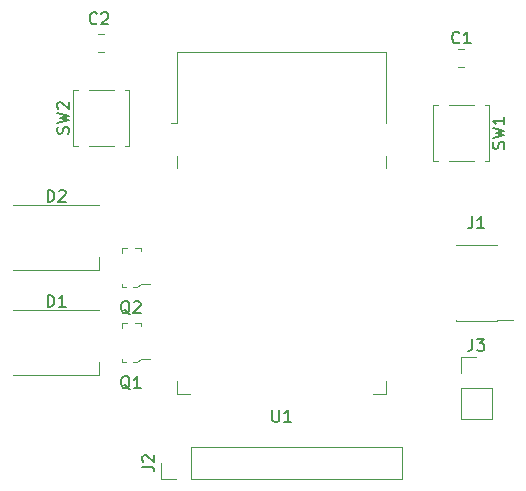
<source format=gto>
%TF.GenerationSoftware,KiCad,Pcbnew,5.1.10-88a1d61d58~88~ubuntu20.04.1*%
%TF.CreationDate,2021-07-15T18:12:03+08:00*%
%TF.ProjectId,ble_heart,626c655f-6865-4617-9274-2e6b69636164,rev?*%
%TF.SameCoordinates,Original*%
%TF.FileFunction,Legend,Top*%
%TF.FilePolarity,Positive*%
%FSLAX46Y46*%
G04 Gerber Fmt 4.6, Leading zero omitted, Abs format (unit mm)*
G04 Created by KiCad (PCBNEW 5.1.10-88a1d61d58~88~ubuntu20.04.1) date 2021-07-15 18:12:03*
%MOMM*%
%LPD*%
G01*
G04 APERTURE LIST*
%ADD10C,0.120000*%
%ADD11C,0.100000*%
%ADD12C,0.150000*%
%ADD13C,0.700000*%
%ADD14C,4.400000*%
%ADD15R,1.800000X0.700000*%
%ADD16R,0.700000X1.800000*%
%ADD17R,1.400000X1.600000*%
%ADD18O,1.700000X1.700000*%
%ADD19R,1.700000X1.700000*%
%ADD20R,2.400000X0.740000*%
%ADD21R,1.500000X1.000000*%
G04 APERTURE END LIST*
D10*
%TO.C,U1*%
X146070000Y-116070000D02*
X146070000Y-114950000D01*
X146070000Y-116070000D02*
X147220000Y-116070000D01*
X163810000Y-116070000D02*
X163810000Y-114950000D01*
X163810000Y-116070000D02*
X162660000Y-116070000D01*
X163810000Y-95900000D02*
X163810000Y-96940000D01*
X146070000Y-95900000D02*
X146070000Y-96940000D01*
X163810000Y-87130000D02*
X163810000Y-93110000D01*
X163810000Y-87130000D02*
X146070000Y-87130000D01*
X146070000Y-87130000D02*
X146070000Y-93110000D01*
X146070000Y-93110000D02*
X145570000Y-93110000D01*
%TO.C,SW2*%
X137330000Y-95080000D02*
X137330000Y-90340000D01*
X137330000Y-95080000D02*
X137730000Y-95080000D01*
X137330000Y-90340000D02*
X137730000Y-90340000D01*
X142070000Y-95080000D02*
X141670000Y-95080000D01*
X142070000Y-95080000D02*
X142070000Y-90340000D01*
X142070000Y-90340000D02*
X141670000Y-90340000D01*
X140730000Y-90340000D02*
X138670000Y-90340000D01*
X140730000Y-95080000D02*
X138670000Y-95080000D01*
%TO.C,SW1*%
X172550000Y-91610000D02*
X172550000Y-96350000D01*
X172550000Y-91610000D02*
X172150000Y-91610000D01*
X172550000Y-96350000D02*
X172150000Y-96350000D01*
X167810000Y-91610000D02*
X168210000Y-91610000D01*
X167810000Y-91610000D02*
X167810000Y-96350000D01*
X167810000Y-96350000D02*
X168210000Y-96350000D01*
X169150000Y-96350000D02*
X171210000Y-96350000D01*
X169150000Y-91610000D02*
X171210000Y-91610000D01*
D11*
%TO.C,Q2*%
X142415000Y-107060000D02*
X142690000Y-107060000D01*
X142690000Y-107060000D02*
X143065000Y-106785000D01*
X143065000Y-106785000D02*
X143065000Y-106735000D01*
X143065000Y-106735000D02*
X143840000Y-106735000D01*
X142590000Y-103760000D02*
X143065000Y-103760000D01*
X143065000Y-103760000D02*
X143065000Y-104110000D01*
X141415000Y-103985000D02*
X141415000Y-104110000D01*
X141415000Y-104060000D02*
X141415000Y-103760000D01*
X141415000Y-103760000D02*
X141865000Y-103760000D01*
X141790000Y-107060000D02*
X141415000Y-107060000D01*
X141415000Y-107060000D02*
X141415000Y-106760000D01*
%TO.C,Q1*%
X142415000Y-113410000D02*
X142690000Y-113410000D01*
X142690000Y-113410000D02*
X143065000Y-113135000D01*
X143065000Y-113135000D02*
X143065000Y-113085000D01*
X143065000Y-113085000D02*
X143840000Y-113085000D01*
X142590000Y-110110000D02*
X143065000Y-110110000D01*
X143065000Y-110110000D02*
X143065000Y-110460000D01*
X141415000Y-110335000D02*
X141415000Y-110460000D01*
X141415000Y-110410000D02*
X141415000Y-110110000D01*
X141415000Y-110110000D02*
X141865000Y-110110000D01*
X141790000Y-113410000D02*
X141415000Y-113410000D01*
X141415000Y-113410000D02*
X141415000Y-113110000D01*
D10*
%TO.C,J3*%
X170120000Y-118170000D02*
X172780000Y-118170000D01*
X170120000Y-115570000D02*
X170120000Y-118170000D01*
X172780000Y-115570000D02*
X172780000Y-118170000D01*
X170120000Y-115570000D02*
X172780000Y-115570000D01*
X170120000Y-114300000D02*
X170120000Y-112970000D01*
X170120000Y-112970000D02*
X171450000Y-112970000D01*
%TO.C,J2*%
X144720000Y-123250000D02*
X144720000Y-121920000D01*
X146050000Y-123250000D02*
X144720000Y-123250000D01*
X147320000Y-123250000D02*
X147320000Y-120590000D01*
X147320000Y-120590000D02*
X165160000Y-120590000D01*
X147320000Y-123250000D02*
X165160000Y-123250000D01*
X165160000Y-123250000D02*
X165160000Y-120590000D01*
%TO.C,J1*%
X173215000Y-109915000D02*
X169685000Y-109915000D01*
X173215000Y-103445000D02*
X169685000Y-103445000D01*
X174540000Y-109850000D02*
X173215000Y-109850000D01*
X173215000Y-109915000D02*
X173215000Y-109850000D01*
X169685000Y-109915000D02*
X169685000Y-109850000D01*
X173215000Y-103510000D02*
X173215000Y-103445000D01*
X169685000Y-103510000D02*
X169685000Y-103445000D01*
%TO.C,D2*%
X132240000Y-100120000D02*
X139540000Y-100120000D01*
X132240000Y-105620000D02*
X139540000Y-105620000D01*
X139540000Y-105620000D02*
X139540000Y-104470000D01*
%TO.C,D1*%
X132240000Y-109010000D02*
X139540000Y-109010000D01*
X132240000Y-114510000D02*
X139540000Y-114510000D01*
X139540000Y-114510000D02*
X139540000Y-113360000D01*
%TO.C,C2*%
X139961252Y-87095000D02*
X139438748Y-87095000D01*
X139961252Y-85625000D02*
X139438748Y-85625000D01*
%TO.C,C1*%
X169918748Y-86895000D02*
X170441252Y-86895000D01*
X169918748Y-88365000D02*
X170441252Y-88365000D01*
%TO.C,U1*%
D12*
X154178095Y-117452380D02*
X154178095Y-118261904D01*
X154225714Y-118357142D01*
X154273333Y-118404761D01*
X154368571Y-118452380D01*
X154559047Y-118452380D01*
X154654285Y-118404761D01*
X154701904Y-118357142D01*
X154749523Y-118261904D01*
X154749523Y-117452380D01*
X155749523Y-118452380D02*
X155178095Y-118452380D01*
X155463809Y-118452380D02*
X155463809Y-117452380D01*
X155368571Y-117595238D01*
X155273333Y-117690476D01*
X155178095Y-117738095D01*
%TO.C,SW2*%
X136904761Y-94043333D02*
X136952380Y-93900476D01*
X136952380Y-93662380D01*
X136904761Y-93567142D01*
X136857142Y-93519523D01*
X136761904Y-93471904D01*
X136666666Y-93471904D01*
X136571428Y-93519523D01*
X136523809Y-93567142D01*
X136476190Y-93662380D01*
X136428571Y-93852857D01*
X136380952Y-93948095D01*
X136333333Y-93995714D01*
X136238095Y-94043333D01*
X136142857Y-94043333D01*
X136047619Y-93995714D01*
X136000000Y-93948095D01*
X135952380Y-93852857D01*
X135952380Y-93614761D01*
X136000000Y-93471904D01*
X135952380Y-93138571D02*
X136952380Y-92900476D01*
X136238095Y-92710000D01*
X136952380Y-92519523D01*
X135952380Y-92281428D01*
X136047619Y-91948095D02*
X136000000Y-91900476D01*
X135952380Y-91805238D01*
X135952380Y-91567142D01*
X136000000Y-91471904D01*
X136047619Y-91424285D01*
X136142857Y-91376666D01*
X136238095Y-91376666D01*
X136380952Y-91424285D01*
X136952380Y-91995714D01*
X136952380Y-91376666D01*
%TO.C,SW1*%
X173784761Y-95313333D02*
X173832380Y-95170476D01*
X173832380Y-94932380D01*
X173784761Y-94837142D01*
X173737142Y-94789523D01*
X173641904Y-94741904D01*
X173546666Y-94741904D01*
X173451428Y-94789523D01*
X173403809Y-94837142D01*
X173356190Y-94932380D01*
X173308571Y-95122857D01*
X173260952Y-95218095D01*
X173213333Y-95265714D01*
X173118095Y-95313333D01*
X173022857Y-95313333D01*
X172927619Y-95265714D01*
X172880000Y-95218095D01*
X172832380Y-95122857D01*
X172832380Y-94884761D01*
X172880000Y-94741904D01*
X172832380Y-94408571D02*
X173832380Y-94170476D01*
X173118095Y-93980000D01*
X173832380Y-93789523D01*
X172832380Y-93551428D01*
X173832380Y-92646666D02*
X173832380Y-93218095D01*
X173832380Y-92932380D02*
X172832380Y-92932380D01*
X172975238Y-93027619D01*
X173070476Y-93122857D01*
X173118095Y-93218095D01*
%TO.C,Q2*%
X142119761Y-109332619D02*
X142024523Y-109285000D01*
X141929285Y-109189761D01*
X141786428Y-109046904D01*
X141691190Y-108999285D01*
X141595952Y-108999285D01*
X141643571Y-109237380D02*
X141548333Y-109189761D01*
X141453095Y-109094523D01*
X141405476Y-108904047D01*
X141405476Y-108570714D01*
X141453095Y-108380238D01*
X141548333Y-108285000D01*
X141643571Y-108237380D01*
X141834047Y-108237380D01*
X141929285Y-108285000D01*
X142024523Y-108380238D01*
X142072142Y-108570714D01*
X142072142Y-108904047D01*
X142024523Y-109094523D01*
X141929285Y-109189761D01*
X141834047Y-109237380D01*
X141643571Y-109237380D01*
X142453095Y-108332619D02*
X142500714Y-108285000D01*
X142595952Y-108237380D01*
X142834047Y-108237380D01*
X142929285Y-108285000D01*
X142976904Y-108332619D01*
X143024523Y-108427857D01*
X143024523Y-108523095D01*
X142976904Y-108665952D01*
X142405476Y-109237380D01*
X143024523Y-109237380D01*
%TO.C,Q1*%
X142119761Y-115682619D02*
X142024523Y-115635000D01*
X141929285Y-115539761D01*
X141786428Y-115396904D01*
X141691190Y-115349285D01*
X141595952Y-115349285D01*
X141643571Y-115587380D02*
X141548333Y-115539761D01*
X141453095Y-115444523D01*
X141405476Y-115254047D01*
X141405476Y-114920714D01*
X141453095Y-114730238D01*
X141548333Y-114635000D01*
X141643571Y-114587380D01*
X141834047Y-114587380D01*
X141929285Y-114635000D01*
X142024523Y-114730238D01*
X142072142Y-114920714D01*
X142072142Y-115254047D01*
X142024523Y-115444523D01*
X141929285Y-115539761D01*
X141834047Y-115587380D01*
X141643571Y-115587380D01*
X143024523Y-115587380D02*
X142453095Y-115587380D01*
X142738809Y-115587380D02*
X142738809Y-114587380D01*
X142643571Y-114730238D01*
X142548333Y-114825476D01*
X142453095Y-114873095D01*
%TO.C,J3*%
X171116666Y-111422380D02*
X171116666Y-112136666D01*
X171069047Y-112279523D01*
X170973809Y-112374761D01*
X170830952Y-112422380D01*
X170735714Y-112422380D01*
X171497619Y-111422380D02*
X172116666Y-111422380D01*
X171783333Y-111803333D01*
X171926190Y-111803333D01*
X172021428Y-111850952D01*
X172069047Y-111898571D01*
X172116666Y-111993809D01*
X172116666Y-112231904D01*
X172069047Y-112327142D01*
X172021428Y-112374761D01*
X171926190Y-112422380D01*
X171640476Y-112422380D01*
X171545238Y-112374761D01*
X171497619Y-112327142D01*
%TO.C,J2*%
X143172380Y-122253333D02*
X143886666Y-122253333D01*
X144029523Y-122300952D01*
X144124761Y-122396190D01*
X144172380Y-122539047D01*
X144172380Y-122634285D01*
X143267619Y-121824761D02*
X143220000Y-121777142D01*
X143172380Y-121681904D01*
X143172380Y-121443809D01*
X143220000Y-121348571D01*
X143267619Y-121300952D01*
X143362857Y-121253333D01*
X143458095Y-121253333D01*
X143600952Y-121300952D01*
X144172380Y-121872380D01*
X144172380Y-121253333D01*
%TO.C,J1*%
X171116666Y-101052380D02*
X171116666Y-101766666D01*
X171069047Y-101909523D01*
X170973809Y-102004761D01*
X170830952Y-102052380D01*
X170735714Y-102052380D01*
X172116666Y-102052380D02*
X171545238Y-102052380D01*
X171830952Y-102052380D02*
X171830952Y-101052380D01*
X171735714Y-101195238D01*
X171640476Y-101290476D01*
X171545238Y-101338095D01*
%TO.C,D2*%
X135151904Y-99822380D02*
X135151904Y-98822380D01*
X135390000Y-98822380D01*
X135532857Y-98870000D01*
X135628095Y-98965238D01*
X135675714Y-99060476D01*
X135723333Y-99250952D01*
X135723333Y-99393809D01*
X135675714Y-99584285D01*
X135628095Y-99679523D01*
X135532857Y-99774761D01*
X135390000Y-99822380D01*
X135151904Y-99822380D01*
X136104285Y-98917619D02*
X136151904Y-98870000D01*
X136247142Y-98822380D01*
X136485238Y-98822380D01*
X136580476Y-98870000D01*
X136628095Y-98917619D01*
X136675714Y-99012857D01*
X136675714Y-99108095D01*
X136628095Y-99250952D01*
X136056666Y-99822380D01*
X136675714Y-99822380D01*
%TO.C,D1*%
X135151904Y-108712380D02*
X135151904Y-107712380D01*
X135390000Y-107712380D01*
X135532857Y-107760000D01*
X135628095Y-107855238D01*
X135675714Y-107950476D01*
X135723333Y-108140952D01*
X135723333Y-108283809D01*
X135675714Y-108474285D01*
X135628095Y-108569523D01*
X135532857Y-108664761D01*
X135390000Y-108712380D01*
X135151904Y-108712380D01*
X136675714Y-108712380D02*
X136104285Y-108712380D01*
X136390000Y-108712380D02*
X136390000Y-107712380D01*
X136294761Y-107855238D01*
X136199523Y-107950476D01*
X136104285Y-107998095D01*
%TO.C,C2*%
X139319938Y-84687386D02*
X139272319Y-84735005D01*
X139129462Y-84782624D01*
X139034224Y-84782624D01*
X138891366Y-84735005D01*
X138796128Y-84639767D01*
X138748509Y-84544529D01*
X138700890Y-84354053D01*
X138700890Y-84211196D01*
X138748509Y-84020720D01*
X138796128Y-83925482D01*
X138891366Y-83830244D01*
X139034224Y-83782624D01*
X139129462Y-83782624D01*
X139272319Y-83830244D01*
X139319938Y-83877863D01*
X139700890Y-83877863D02*
X139748509Y-83830244D01*
X139843747Y-83782624D01*
X140081843Y-83782624D01*
X140177081Y-83830244D01*
X140224700Y-83877863D01*
X140272319Y-83973101D01*
X140272319Y-84068339D01*
X140224700Y-84211196D01*
X139653271Y-84782624D01*
X140272319Y-84782624D01*
%TO.C,C1*%
X170013333Y-86307142D02*
X169965714Y-86354761D01*
X169822857Y-86402380D01*
X169727619Y-86402380D01*
X169584761Y-86354761D01*
X169489523Y-86259523D01*
X169441904Y-86164285D01*
X169394285Y-85973809D01*
X169394285Y-85830952D01*
X169441904Y-85640476D01*
X169489523Y-85545238D01*
X169584761Y-85450000D01*
X169727619Y-85402380D01*
X169822857Y-85402380D01*
X169965714Y-85450000D01*
X170013333Y-85497619D01*
X170965714Y-86402380D02*
X170394285Y-86402380D01*
X170680000Y-86402380D02*
X170680000Y-85402380D01*
X170584761Y-85545238D01*
X170489523Y-85640476D01*
X170394285Y-85688095D01*
%TD*%
%LPC*%
D13*
%TO.C,H4*%
X135786726Y-83923274D03*
X134620000Y-83440000D03*
X133453274Y-83923274D03*
X132970000Y-85090000D03*
X133453274Y-86256726D03*
X134620000Y-86740000D03*
X135786726Y-86256726D03*
X136270000Y-85090000D03*
D14*
X134620000Y-85090000D03*
%TD*%
D13*
%TO.C,H3*%
X176426726Y-83923274D03*
X175260000Y-83440000D03*
X174093274Y-83923274D03*
X173610000Y-85090000D03*
X174093274Y-86256726D03*
X175260000Y-86740000D03*
X176426726Y-86256726D03*
X176910000Y-85090000D03*
D14*
X175260000Y-85090000D03*
%TD*%
D13*
%TO.C,H2*%
X176426726Y-120753274D03*
X175260000Y-120270000D03*
X174093274Y-120753274D03*
X173610000Y-121920000D03*
X174093274Y-123086726D03*
X175260000Y-123570000D03*
X176426726Y-123086726D03*
X176910000Y-121920000D03*
D14*
X175260000Y-121920000D03*
%TD*%
D13*
%TO.C,H1*%
X135786726Y-120753274D03*
X134620000Y-120270000D03*
X133453274Y-120753274D03*
X132970000Y-121920000D03*
X133453274Y-123086726D03*
X134620000Y-123570000D03*
X135786726Y-123086726D03*
X136270000Y-121920000D03*
D14*
X134620000Y-121920000D03*
%TD*%
D15*
%TO.C,U1*%
X163690000Y-93880000D03*
X163690000Y-95150000D03*
X163690000Y-97690000D03*
X163690000Y-98960000D03*
X163690000Y-100230000D03*
X163690000Y-101500000D03*
X163690000Y-102770000D03*
X163690000Y-104040000D03*
X163690000Y-105310000D03*
X163690000Y-106580000D03*
X163690000Y-107850000D03*
X163690000Y-109120000D03*
X163690000Y-110390000D03*
X163690000Y-111660000D03*
X163690000Y-112930000D03*
X163690000Y-114200000D03*
D16*
X161925000Y-115950000D03*
X160655000Y-115950000D03*
X159385000Y-115950000D03*
X158115000Y-115950000D03*
X156845000Y-115950000D03*
X155575000Y-115950000D03*
X154305000Y-115950000D03*
X153035000Y-115950000D03*
X151765000Y-115950000D03*
X150495000Y-115950000D03*
X149225000Y-115950000D03*
X147955000Y-115950000D03*
D15*
X146190000Y-114200000D03*
X146190000Y-112930000D03*
X146190000Y-111660000D03*
X146190000Y-110390000D03*
X146190000Y-109120000D03*
X146190000Y-107850000D03*
X146190000Y-106580000D03*
X146190000Y-105310000D03*
X146190000Y-104040000D03*
X146190000Y-102770000D03*
X146190000Y-101500000D03*
X146190000Y-100230000D03*
X146190000Y-98960000D03*
X146190000Y-97690000D03*
X146190000Y-95150000D03*
X146190000Y-93880000D03*
%TD*%
D17*
%TO.C,SW2*%
X141200000Y-96310000D03*
X141200000Y-89110000D03*
X138200000Y-96310000D03*
X138200000Y-89110000D03*
%TD*%
%TO.C,SW1*%
X168680000Y-90380000D03*
X168680000Y-97580000D03*
X171680000Y-90380000D03*
X171680000Y-97580000D03*
%TD*%
%TO.C,Q2*%
G36*
G01*
X144010000Y-106060000D02*
X144010000Y-106660000D01*
G75*
G02*
X143940000Y-106730000I-70000J0D01*
G01*
X142640000Y-106730000D01*
G75*
G02*
X142570000Y-106660000I0J70000D01*
G01*
X142570000Y-106060000D01*
G75*
G02*
X142640000Y-105990000I70000J0D01*
G01*
X143940000Y-105990000D01*
G75*
G02*
X144010000Y-106060000I0J-70000D01*
G01*
G37*
G36*
G01*
X144010000Y-104160000D02*
X144010000Y-104760000D01*
G75*
G02*
X143940000Y-104830000I-70000J0D01*
G01*
X142640000Y-104830000D01*
G75*
G02*
X142570000Y-104760000I0J70000D01*
G01*
X142570000Y-104160000D01*
G75*
G02*
X142640000Y-104090000I70000J0D01*
G01*
X143940000Y-104090000D01*
G75*
G02*
X144010000Y-104160000I0J-70000D01*
G01*
G37*
G36*
G01*
X141910000Y-105110000D02*
X141910000Y-105710000D01*
G75*
G02*
X141840000Y-105780000I-70000J0D01*
G01*
X140540000Y-105780000D01*
G75*
G02*
X140470000Y-105710000I0J70000D01*
G01*
X140470000Y-105110000D01*
G75*
G02*
X140540000Y-105040000I70000J0D01*
G01*
X141840000Y-105040000D01*
G75*
G02*
X141910000Y-105110000I0J-70000D01*
G01*
G37*
%TD*%
%TO.C,Q1*%
G36*
G01*
X144010000Y-112410000D02*
X144010000Y-113010000D01*
G75*
G02*
X143940000Y-113080000I-70000J0D01*
G01*
X142640000Y-113080000D01*
G75*
G02*
X142570000Y-113010000I0J70000D01*
G01*
X142570000Y-112410000D01*
G75*
G02*
X142640000Y-112340000I70000J0D01*
G01*
X143940000Y-112340000D01*
G75*
G02*
X144010000Y-112410000I0J-70000D01*
G01*
G37*
G36*
G01*
X144010000Y-110510000D02*
X144010000Y-111110000D01*
G75*
G02*
X143940000Y-111180000I-70000J0D01*
G01*
X142640000Y-111180000D01*
G75*
G02*
X142570000Y-111110000I0J70000D01*
G01*
X142570000Y-110510000D01*
G75*
G02*
X142640000Y-110440000I70000J0D01*
G01*
X143940000Y-110440000D01*
G75*
G02*
X144010000Y-110510000I0J-70000D01*
G01*
G37*
G36*
G01*
X141910000Y-111460000D02*
X141910000Y-112060000D01*
G75*
G02*
X141840000Y-112130000I-70000J0D01*
G01*
X140540000Y-112130000D01*
G75*
G02*
X140470000Y-112060000I0J70000D01*
G01*
X140470000Y-111460000D01*
G75*
G02*
X140540000Y-111390000I70000J0D01*
G01*
X141840000Y-111390000D01*
G75*
G02*
X141910000Y-111460000I0J-70000D01*
G01*
G37*
%TD*%
D18*
%TO.C,J3*%
X171450000Y-116840000D03*
D19*
X171450000Y-114300000D03*
%TD*%
%TO.C,J2*%
X146050000Y-121920000D03*
D18*
X148590000Y-121920000D03*
X151130000Y-121920000D03*
X153670000Y-121920000D03*
X156210000Y-121920000D03*
X158750000Y-121920000D03*
X161290000Y-121920000D03*
X163830000Y-121920000D03*
%TD*%
D20*
%TO.C,J1*%
X169500000Y-104140000D03*
X173400000Y-104140000D03*
X169500000Y-105410000D03*
X173400000Y-105410000D03*
X169500000Y-106680000D03*
X173400000Y-106680000D03*
X169500000Y-107950000D03*
X173400000Y-107950000D03*
X169500000Y-109220000D03*
X173400000Y-109220000D03*
%TD*%
D21*
%TO.C,D2*%
X133440000Y-101270000D03*
X133440000Y-104470000D03*
X138340000Y-101270000D03*
X138340000Y-104470000D03*
%TD*%
%TO.C,D1*%
X133440000Y-110160000D03*
X133440000Y-113360000D03*
X138340000Y-110160000D03*
X138340000Y-113360000D03*
%TD*%
%TO.C,C2*%
G36*
G01*
X139250000Y-85885000D02*
X139250000Y-86835000D01*
G75*
G02*
X139000000Y-87085000I-250000J0D01*
G01*
X138500000Y-87085000D01*
G75*
G02*
X138250000Y-86835000I0J250000D01*
G01*
X138250000Y-85885000D01*
G75*
G02*
X138500000Y-85635000I250000J0D01*
G01*
X139000000Y-85635000D01*
G75*
G02*
X139250000Y-85885000I0J-250000D01*
G01*
G37*
G36*
G01*
X141150000Y-85885000D02*
X141150000Y-86835000D01*
G75*
G02*
X140900000Y-87085000I-250000J0D01*
G01*
X140400000Y-87085000D01*
G75*
G02*
X140150000Y-86835000I0J250000D01*
G01*
X140150000Y-85885000D01*
G75*
G02*
X140400000Y-85635000I250000J0D01*
G01*
X140900000Y-85635000D01*
G75*
G02*
X141150000Y-85885000I0J-250000D01*
G01*
G37*
%TD*%
%TO.C,C1*%
G36*
G01*
X170630000Y-88105000D02*
X170630000Y-87155000D01*
G75*
G02*
X170880000Y-86905000I250000J0D01*
G01*
X171380000Y-86905000D01*
G75*
G02*
X171630000Y-87155000I0J-250000D01*
G01*
X171630000Y-88105000D01*
G75*
G02*
X171380000Y-88355000I-250000J0D01*
G01*
X170880000Y-88355000D01*
G75*
G02*
X170630000Y-88105000I0J250000D01*
G01*
G37*
G36*
G01*
X168730000Y-88105000D02*
X168730000Y-87155000D01*
G75*
G02*
X168980000Y-86905000I250000J0D01*
G01*
X169480000Y-86905000D01*
G75*
G02*
X169730000Y-87155000I0J-250000D01*
G01*
X169730000Y-88105000D01*
G75*
G02*
X169480000Y-88355000I-250000J0D01*
G01*
X168980000Y-88355000D01*
G75*
G02*
X168730000Y-88105000I0J250000D01*
G01*
G37*
%TD*%
M02*

</source>
